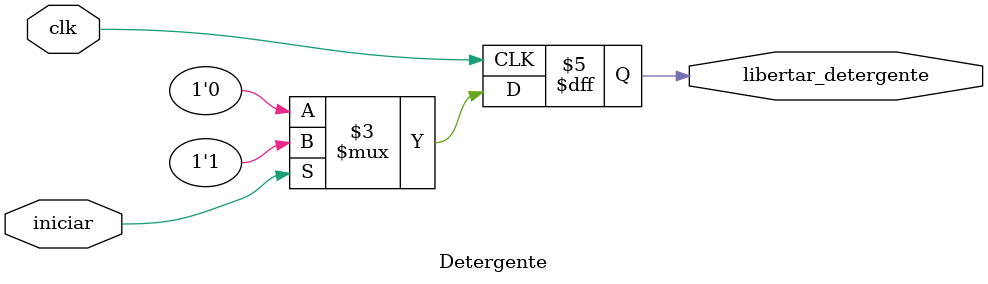
<source format=v>
`timescale 1ns / 1ps

module Detergente(
    input wire clk,
    input wire iniciar,
    output reg libertar_detergente
);

    always @(posedge clk) begin
        if (iniciar)
            libertar_detergente <= 1;
        else
            libertar_detergente <= 0;
    end

endmodule
</source>
